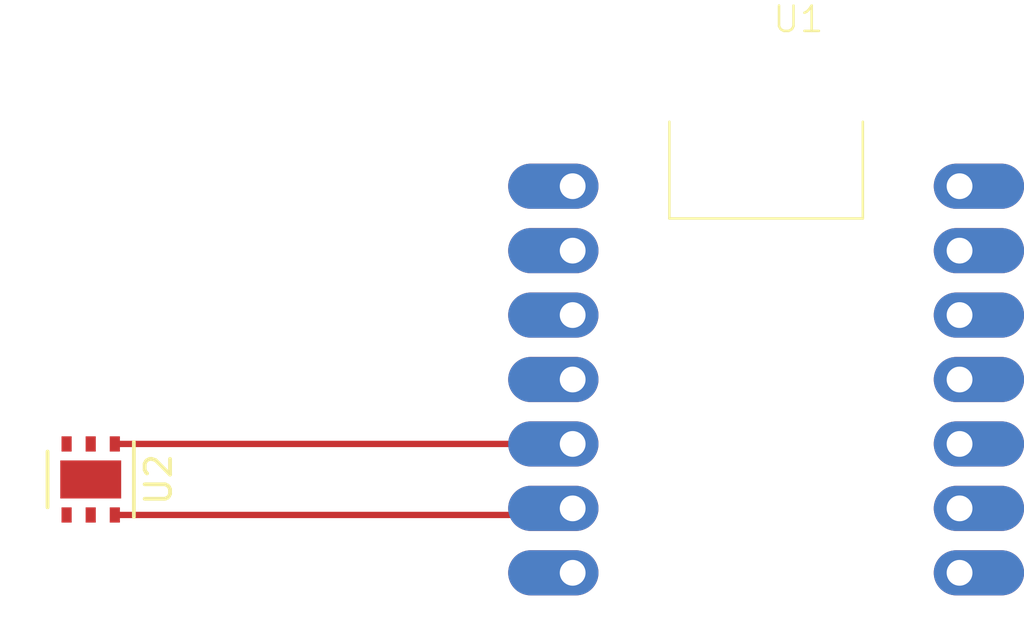
<source format=kicad_pcb>
(kicad_pcb (version 20221018) (generator pcbnew)
  (layers (0 "F.Cu" signal) (31 "B.Cu" signal) (34 "B.Paste" user) (35 "F.Paste" user) (36 "B.SilkS" user "B.Silkscreen") (37 "F.SilkS" user "F.Silkscreen") (38 "B.Mask" user) (39 "F.Mask" user) (44 "Edge.Cuts" user))
  (net 0 "")
  (net 5 "Net-(U1-GPIO4_A3_D3_SDA)")
  (net 6 "Net-(U1-GPIO6_A5_D5_SCL)")
  (net 15 "GND")
  (net 18 "+3.3V")
  (footprint "Package_SON:Texas_PWSON-N6" (layer "F.Cu") (at 47.056 46.358 -90)
    (fp_text reference "U2" (at 0 -2.67 90) (layer "F.SilkS"))
    (fp_text value "HDC2080")
    (fp_line (start 1.1 1.7) (end -1.1 1.7) (stroke (width 0.15)) (layer "F.SilkS"))
    (fp_line (start 1.475 -1.7) (end -1.475 -1.7) (stroke (width 0.15)) (layer "F.SilkS"))
    (pad "1" smd rect (at -1.4 -0.95 270) (size 0.6 0.4) (layers "F.Cu" "F.Paste" "F.Mask") (net 5 "Net-(U1-GPIO4_A3_D3_SDA)"))
    (pad "2" smd rect (at -1.4 0 270) (size 0.6 0.4) (layers "F.Cu" "F.Paste" "F.Mask") (net 15 "GND"))
    (pad "3" smd rect (at -1.4 0.95 270) (size 0.6 0.4) (layers "F.Cu" "F.Paste" "F.Mask"))
    (pad "4" smd rect (at 1.4 0.95 270) (size 0.6 0.4) (layers "F.Cu" "F.Paste" "F.Mask"))
    (pad "5" smd rect (at 1.4 0 270) (size 0.6 0.4) (layers "F.Cu" "F.Paste" "F.Mask") (net 18 "+3.3V"))
    (pad "6" smd rect (at 1.4 -0.95 270) (size 0.6 0.4) (layers "F.Cu" "F.Paste" "F.Mask") (net 6 "Net-(U1-GPIO6_A5_D5_SCL)"))
    (pad "7" smd rect (at 0 0 270) (size 1.5 2.4) (layers "F.Cu" "F.Paste" "F.Mask"))
  )
  (footprint "123:XIAO_ESP32_SENSE" (layer "F.Cu") (at 73.66 42.418)
    (fp_text reference "U1" (at 1.27 -14.2 unlocked) (layer "F.SilkS") (effects (font (thickness 0.1))))
    (fp_text value "~")
    (fp_line (start -3.81 -10.16) (end -3.81 -6.35) (stroke (width 0.1)) (layer "F.SilkS"))
    (fp_line (start -3.81 -6.35) (end 3.81 -6.35) (stroke (width 0.1)) (layer "F.SilkS"))
    (fp_line (start 3.81 -6.35) (end 3.81 -10.16) (stroke (width 0.1)) (layer "F.SilkS"))
    (pad "1" thru_hole oval (at -7.62 -7.62) (size 3.556 1.778) (drill 1.016 (offset -0.762 0)) (layers "*.Cu" "*.Mask"))
    (pad "2" thru_hole oval (at -7.62 -5.08) (size 3.556 1.778) (drill 1.016 (offset -0.762 0)) (layers "*.Cu" "*.Mask"))
    (pad "3" thru_hole oval (at -7.62 -2.54) (size 3.556 1.778) (drill 1.016 (offset -0.762 0)) (layers "*.Cu" "*.Mask"))
    (pad "4" thru_hole oval (at -7.62 0) (size 3.556 1.778) (drill 1.016 (offset -0.762 0)) (layers "*.Cu" "*.Mask"))
    (pad "5" thru_hole oval (at -7.62 2.54) (size 3.556 1.778) (drill 1.016 (offset -0.762 0)) (layers "*.Cu" "*.Mask") (net 5 "Net-(U1-GPIO4_A3_D3_SDA)"))
    (pad "6" thru_hole oval (at -7.62 5.08) (size 3.556 1.778) (drill 1.016 (offset -0.762 0)) (layers "*.Cu" "*.Mask") (net 6 "Net-(U1-GPIO6_A5_D5_SCL)"))
    (pad "7" thru_hole oval (at -7.62 7.62) (size 3.556 1.778) (drill 1.016 (offset -0.762 0)) (layers "*.Cu" "*.Mask"))
    (pad "8" thru_hole oval (at 7.62 -7.62) (size 3.556 1.778) (drill 1.016 (offset 0.762 0)) (layers "*.Cu" "*.Mask"))
    (pad "9" thru_hole oval (at 7.62 -5.08) (size 3.556 1.778) (drill 1.016 (offset 0.762 0)) (layers "*.Cu" "*.Mask"))
    (pad "10" thru_hole oval (at 7.62 -2.54) (size 3.556 1.778) (drill 1.016 (offset 0.762 0)) (layers "*.Cu" "*.Mask"))
    (pad "11" thru_hole oval (at 7.62 0) (size 3.556 1.778) (drill 1.016 (offset 0.762 0)) (layers "*.Cu" "*.Mask"))
    (pad "12" thru_hole oval (at 7.62 2.54) (size 3.556 1.778) (drill 1.016 (offset 0.762 0)) (layers "*.Cu" "*.Mask"))
    (pad "13" thru_hole oval (at 7.62 5.08) (size 3.556 1.778) (drill 1.016 (offset 0.762 0)) (layers "*.Cu" "*.Mask"))
    (pad "14" thru_hole oval (at 7.62 7.62) (size 3.556 1.778) (drill 1.016 (offset 0.762 0)) (layers "*.Cu" "*.Mask"))
  )
  (segment (start 66.04 44.958) (end 48.006 44.958) (width 0.25) (layer "F.Cu") (net 5))
  (segment (start 65.78 47.758) (end 48.006 47.758) (width 0.25) (layer "F.Cu") (net 6))
  (segment (start 66.04 47.498) (end 65.78 47.758) (width 0.25) (layer "F.Cu") (net 6))
)
</source>
